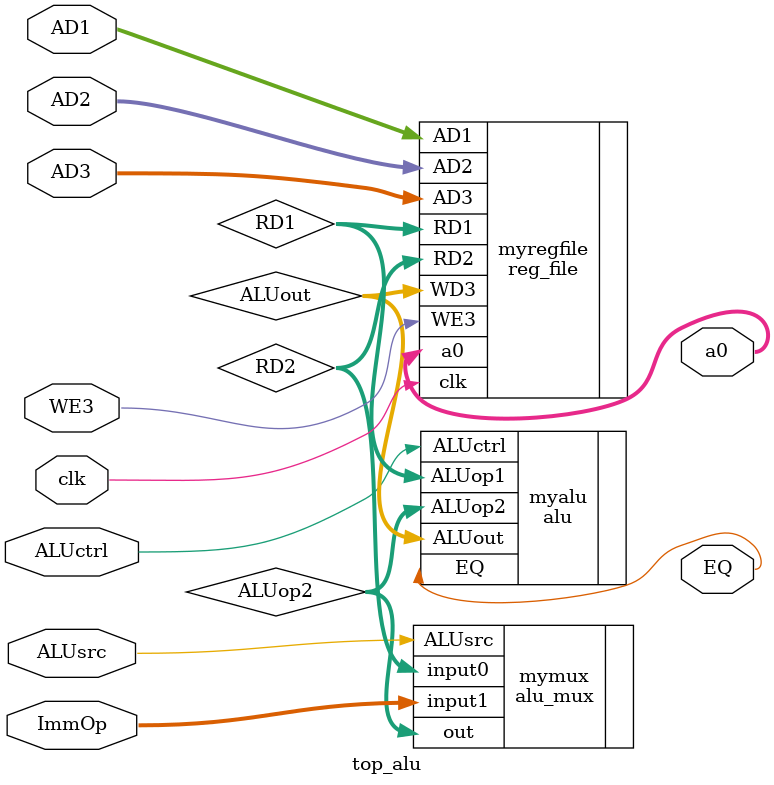
<source format=sv>
module top_alu #(
    parameter REG_FILE_ADDR_WIDTH = 5, 
              DATA_WIDTH = 32
)(
    input  logic                           clk,
    input  logic                           ALUsrc,
    input  logic                           ALUctrl,
    input  logic [REG_FILE_ADDR_WIDTH-1:0] AD1,
    input  logic [REG_FILE_ADDR_WIDTH-1:0] AD2,
    input  logic [REG_FILE_ADDR_WIDTH-1:0] AD3,
    input  logic                           WE3,
    input  logic signed [DATA_WIDTH-1:0]   ImmOp,

    output logic                         EQ,
    output logic signed [DATA_WIDTH-1:0] a0  //output to check correct values
);

logic signed [DATA_WIDTH-1:0] RD1;    // output from reg_file
logic signed [DATA_WIDTH-1:0] RD2;    // output from reg_file
logic signed [DATA_WIDTH-1:0] ALUop2; // output from alu_mux
logic signed [DATA_WIDTH-1:0] ALUout; // output from alu


reg_file myregfile(
    .AD1(AD1),
    .AD2(AD2),
    .AD3(AD3),
    .WE3(WE3),
    .WD3(ALUout),
    .RD1(RD1),
    .RD2(RD2),
    .clk(clk),
    .a0(a0)
);

alu_mux mymux(
    .input0(RD2),
    .input1(ImmOp),
    .ALUsrc(ALUsrc),
    .out(ALUop2)
);

alu myalu(
    .ALUop1(RD1),
    .ALUop2(ALUop2),
    .ALUout(ALUout),
    .ALUctrl(ALUctrl),
    .EQ(EQ)
);
    
endmodule

</source>
